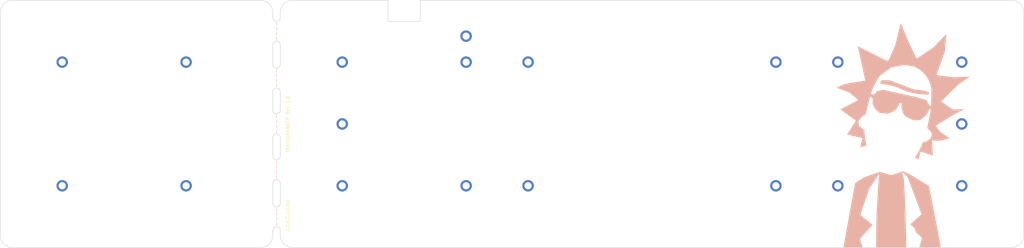
<source format=kicad_pcb>
(kicad_pcb (version 20171130) (host pcbnew "(5.1.2-1)-1")
  (layers (0 F.Cu signal) (31 B.Cu signal) (34 B.Paste user) (35 F.Paste user) (36 B.SilkS user) (37 F.SilkS user) (38 B.Mask user) (39 F.Mask user) (44 Edge.Cuts user))
  (net 0 "")
  (module random-keyboard-parts:Generic-Mounthole (layer F.Cu) (at 202.9073 51.68)
    (fp_text reference H19)
    (fp_text value MountingHole)
    (pad 1 thru_hole circle (at 0 0) (size 3.5 3.5) (drill 2.2) (layers *.Cu *.Mask))
  )
  (module random-keyboard-parts:Generic-Mounthole (layer F.Cu) (at 354.92 97.66)
    (fp_text reference H18)
    (fp_text value MountingHole)
    (pad 1 thru_hole circle (at 0 0) (size 3.5 3.5) (drill 2.2) (layers *.Cu *.Mask))
  )
  (module random-keyboard-parts:Generic-Mounthole (layer F.Cu) (at 354.92 59.66)
    (fp_text reference H17)
    (fp_text value MountingHole)
    (pad 1 thru_hole circle (at 0 0) (size 3.5 3.5) (drill 2.2) (layers *.Cu *.Mask))
  )
  (module random-keyboard-parts:Generic-Mounthole (layer F.Cu) (at 297.92 97.66)
    (fp_text reference H16)
    (fp_text value MountingHole)
    (pad 1 thru_hole circle (at 0 0) (size 3.5 3.5) (drill 2.2) (layers *.Cu *.Mask))
  )
  (module random-keyboard-parts:Generic-Mounthole (layer F.Cu) (at 297.92 59.66)
    (fp_text reference H15)
    (fp_text value MountingHole)
    (pad 1 thru_hole circle (at 0 0) (size 3.5 3.5) (drill 2.2) (layers *.Cu *.Mask))
  )
  (module random-keyboard-parts:Generic-Mounthole (layer F.Cu) (at 221.92 97.66)
    (fp_text reference H14)
    (fp_text value MountingHole)
    (pad 1 thru_hole circle (at 0 0) (size 3.5 3.5) (drill 2.2) (layers *.Cu *.Mask))
  )
  (module random-keyboard-parts:Generic-Mounthole (layer F.Cu) (at 221.92 59.66)
    (fp_text reference H13)
    (fp_text value MountingHole)
    (pad 1 thru_hole circle (at 0 0) (size 3.5 3.5) (drill 2.2) (layers *.Cu *.Mask))
  )
  (module random-keyboard-parts:Generic-Mounthole (layer F.Cu) (at 164.92 59.66)
    (fp_text reference H12)
    (fp_text value MountingHole)
    (pad 1 thru_hole circle (at 0 0) (size 3.5 3.5) (drill 2.2) (layers *.Cu *.Mask))
  )
  (module random-keyboard-parts:Generic-Mounthole (layer F.Cu) (at 164.92 97.66)
    (fp_text reference H11)
    (fp_text value MountingHole)
    (pad 1 thru_hole circle (at 0 0) (size 3.5 3.5) (drill 2.2) (layers *.Cu *.Mask))
  )
  (module Keeb_footprints:MX100_outline (layer F.Cu) (at 126.54 107.16)
    (fp_text reference U64)
    (fp_text value HOLE)
  )
  (module Keeb_footprints:MX100_outline (layer F.Cu) (at 107.54 107.16)
    (fp_text reference U63)
    (fp_text value HOLE)
  )
  (module Keeb_footprints:MX100_outline (layer F.Cu) (at 88.54 107.16)
    (fp_text reference U62)
    (fp_text value HOLE)
  )
  (module Keeb_footprints:MX100_outline (layer F.Cu) (at 69.54 107.16)
    (fp_text reference U61)
    (fp_text value HOLE)
  )
  (module Keeb_footprints:MX100_outline (layer F.Cu) (at 126.54 88.16)
    (fp_text reference U60)
    (fp_text value HOLE)
  )
  (module Keeb_footprints:MX100_outline (layer F.Cu) (at 107.54 88.16)
    (fp_text reference U59)
    (fp_text value HOLE)
  )
  (module Keeb_footprints:MX100_outline (layer F.Cu) (at 88.54 88.16)
    (fp_text reference U58)
    (fp_text value HOLE)
  )
  (module Keeb_footprints:MX100_outline (layer F.Cu) (at 69.54 88.16)
    (fp_text reference U57)
    (fp_text value HOLE)
  )
  (module Keeb_footprints:MX100_outline (layer F.Cu) (at 126.54 69.16)
    (fp_text reference U56)
    (fp_text value HOLE)
  )
  (module Keeb_footprints:MX100_outline (layer F.Cu) (at 107.54 69.16)
    (fp_text reference U55)
    (fp_text value HOLE)
  )
  (module Keeb_footprints:MX100_outline (layer F.Cu) (at 88.54 69.16)
    (fp_text reference U54)
    (fp_text value HOLE)
  )
  (module Keeb_footprints:MX100_outline (layer F.Cu) (at 69.54 69.16)
    (fp_text reference U53)
    (fp_text value HOLE)
  )
  (module Keeb_footprints:MX100_outline (layer F.Cu) (at 126.54 50.16)
    (fp_text reference U52)
    (fp_text value HOLE)
  )
  (module Keeb_footprints:MX100_outline (layer F.Cu) (at 107.54 50.16)
    (fp_text reference U51)
    (fp_text value HOLE)
  )
  (module Keeb_footprints:MX100_outline (layer F.Cu) (at 88.54 50.16)
    (fp_text reference U50)
    (fp_text value HOLE)
  )
  (module Keeb_footprints:MX100_outline (layer F.Cu) (at 69.54 50.16)
    (fp_text reference U49)
    (fp_text value HOLE)
  )
  (module Keeb_footprints:MX100_outline (layer F.Cu) (at 364.42 107.16)
    (fp_text reference U48)
    (fp_text value HOLE)
  )
  (module Keeb_footprints:MX100_outline (layer F.Cu) (at 345.42 107.16)
    (fp_text reference U47)
    (fp_text value HOLE)
  )
  (module Keeb_footprints:MX100_outline (layer F.Cu) (at 326.42 107.16)
    (fp_text reference U46)
    (fp_text value HOLE)
  )
  (module Keeb_footprints:MX100_outline (layer F.Cu) (at 307.42 107.16)
    (fp_text reference U45)
    (fp_text value HOLE)
  )
  (module Keeb_footprints:MX100_outline (layer F.Cu) (at 288.42 107.16)
    (fp_text reference U44)
    (fp_text value HOLE)
  )
  (module Keeb_footprints:MX100_outline (layer F.Cu) (at 269.42 107.16)
    (fp_text reference U43)
    (fp_text value HOLE)
  )
  (module Keeb_footprints:MX100_outline (layer F.Cu) (at 250.42 107.16)
    (fp_text reference U42)
    (fp_text value HOLE)
  )
  (module Keeb_footprints:MX100_outline (layer F.Cu) (at 231.42 107.16)
    (fp_text reference U41)
    (fp_text value HOLE)
  )
  (module Keeb_footprints:MX100_outline (layer F.Cu) (at 212.42 107.16)
    (fp_text reference U40)
    (fp_text value HOLE)
  )
  (module Keeb_footprints:MX100_outline (layer F.Cu) (at 193.42 107.16)
    (fp_text reference U39)
    (fp_text value HOLE)
  )
  (module Keeb_footprints:MX100_outline (layer F.Cu) (at 174.42 107.16)
    (fp_text reference U38)
    (fp_text value HOLE)
  )
  (module Keeb_footprints:MX100_outline (layer F.Cu) (at 155.42 107.16)
    (fp_text reference U37)
    (fp_text value HOLE)
  )
  (module Keeb_footprints:MX100_outline (layer F.Cu) (at 364.42 88.16)
    (fp_text reference U36)
    (fp_text value HOLE)
  )
  (module Keeb_footprints:MX100_outline (layer F.Cu) (at 345.42 88.16)
    (fp_text reference U35)
    (fp_text value HOLE)
  )
  (module Keeb_footprints:MX100_outline (layer F.Cu) (at 326.42 88.16)
    (fp_text reference U34)
    (fp_text value HOLE)
  )
  (module Keeb_footprints:MX100_outline (layer F.Cu) (at 307.42 88.16)
    (fp_text reference U33)
    (fp_text value HOLE)
  )
  (module Keeb_footprints:MX100_outline (layer F.Cu) (at 288.42 88.16)
    (fp_text reference U32)
    (fp_text value HOLE)
  )
  (module Keeb_footprints:MX100_outline (layer F.Cu) (at 269.42 88.16)
    (fp_text reference U31)
    (fp_text value HOLE)
  )
  (module Keeb_footprints:MX100_outline (layer F.Cu) (at 250.42 88.16)
    (fp_text reference U30)
    (fp_text value HOLE)
  )
  (module Keeb_footprints:MX100_outline (layer F.Cu) (at 231.42 88.16)
    (fp_text reference U29)
    (fp_text value HOLE)
  )
  (module Keeb_footprints:MX100_outline (layer F.Cu) (at 212.42 88.16)
    (fp_text reference U28)
    (fp_text value HOLE)
  )
  (module Keeb_footprints:MX100_outline (layer F.Cu) (at 193.42 88.16)
    (fp_text reference U27)
    (fp_text value HOLE)
  )
  (module Keeb_footprints:MX100_outline (layer F.Cu) (at 174.42 88.16)
    (fp_text reference U26)
    (fp_text value HOLE)
  )
  (module Keeb_footprints:MX100_outline (layer F.Cu) (at 155.42 88.16)
    (fp_text reference U25)
    (fp_text value HOLE)
  )
  (module Keeb_footprints:MX100_outline (layer F.Cu) (at 364.42 69.16)
    (fp_text reference U24)
    (fp_text value HOLE)
  )
  (module Keeb_footprints:MX100_outline (layer F.Cu) (at 345.42 69.16)
    (fp_text reference U23)
    (fp_text value HOLE)
  )
  (module Keeb_footprints:MX100_outline (layer F.Cu) (at 326.42 69.16)
    (fp_text reference U22)
    (fp_text value HOLE)
  )
  (module Keeb_footprints:MX100_outline (layer F.Cu) (at 307.42 69.16)
    (fp_text reference U21)
    (fp_text value HOLE)
  )
  (module Keeb_footprints:MX100_outline (layer F.Cu) (at 288.42 69.16)
    (fp_text reference U20)
    (fp_text value HOLE)
  )
  (module Keeb_footprints:MX100_outline (layer F.Cu) (at 269.42 69.16)
    (fp_text reference U19)
    (fp_text value HOLE)
  )
  (module Keeb_footprints:MX100_outline (layer F.Cu) (at 250.42 69.16)
    (fp_text reference U18)
    (fp_text value HOLE)
  )
  (module Keeb_footprints:MX100_outline (layer F.Cu) (at 231.42 69.16)
    (fp_text reference U17)
    (fp_text value HOLE)
  )
  (module Keeb_footprints:MX100_outline (layer F.Cu) (at 212.42 69.16)
    (fp_text reference U16)
    (fp_text value HOLE)
  )
  (module Keeb_footprints:MX100_outline (layer F.Cu) (at 193.42 69.16)
    (fp_text reference U15)
    (fp_text value HOLE)
  )
  (module Keeb_footprints:MX100_outline (layer F.Cu) (at 174.42 69.16)
    (fp_text reference U14)
    (fp_text value HOLE)
  )
  (module Keeb_footprints:MX100_outline (layer F.Cu) (at 155.42 69.16)
    (fp_text reference U13)
    (fp_text value HOLE)
  )
  (module Keeb_footprints:MX100_outline (layer F.Cu) (at 364.42 50.16)
    (fp_text reference U12)
    (fp_text value HOLE)
  )
  (module Keeb_footprints:MX100_outline (layer F.Cu) (at 345.42 50.16)
    (fp_text reference U11)
    (fp_text value HOLE)
  )
  (module Keeb_footprints:MX100_outline (layer F.Cu) (at 326.42 50.16)
    (fp_text reference U10)
    (fp_text value HOLE)
  )
  (module Keeb_footprints:MX100_outline (layer F.Cu) (at 307.42 50.16)
    (fp_text reference U9)
    (fp_text value HOLE)
  )
  (module Keeb_footprints:MX100_outline (layer F.Cu) (at 288.42 50.16)
    (fp_text reference U8)
    (fp_text value HOLE)
  )
  (module Keeb_footprints:MX100_outline (layer F.Cu) (at 269.42 50.16)
    (fp_text reference U7)
    (fp_text value HOLE)
  )
  (module Keeb_footprints:MX100_outline (layer F.Cu) (at 250.42 50.16)
    (fp_text reference U6)
    (fp_text value HOLE)
  )
  (module Keeb_footprints:MX100_outline (layer F.Cu) (at 231.42 50.16)
    (fp_text reference U5)
    (fp_text value HOLE)
  )
  (module Keeb_footprints:MX100_outline (layer F.Cu) (at 212.42 50.16)
    (fp_text reference U4)
    (fp_text value HOLE)
  )
  (module Keeb_footprints:MX100_outline (layer F.Cu) (at 193.42 50.16)
    (fp_text reference U3)
    (fp_text value HOLE)
  )
  (module Keeb_footprints:MX100_outline (layer F.Cu) (at 174.42 50.16)
    (fp_text reference U2)
    (fp_text value HOLE)
  )
  (module Keeb_footprints:MX100_outline (layer F.Cu) (at 155.42 50.16)
    (fp_text reference U1)
    (fp_text value HOLE)
  )
  (module random-keyboard-parts:Generic-Mounthole (layer F.Cu) (at 117.04 59.66)
    (fp_text reference H10)
    (fp_text value MountingHole)
    (pad 1 thru_hole circle (at 0 0) (size 3.5 3.5) (drill 2.2) (layers *.Cu *.Mask))
  )
  (module random-keyboard-parts:Generic-Mounthole (layer F.Cu) (at 117.04 97.66)
    (fp_text reference H9)
    (fp_text value MountingHole)
    (pad 1 thru_hole circle (at 0 0) (size 3.5 3.5) (drill 2.2) (layers *.Cu *.Mask))
  )
  (module random-keyboard-parts:Generic-Mounthole (layer F.Cu) (at 79.04 97.66)
    (fp_text reference H8)
    (fp_text value MountingHole)
    (pad 1 thru_hole circle (at 0 0) (size 3.5 3.5) (drill 2.2) (layers *.Cu *.Mask))
  )
  (module random-keyboard-parts:Generic-Mounthole (layer F.Cu) (at 79.04 59.66)
    (fp_text reference H7)
    (fp_text value MountingHole)
    (pad 1 thru_hole circle (at 0 0) (size 3.5 3.5) (drill 2.2) (layers *.Cu *.Mask))
  )
  (module acheron_Hardware:MouseBite_IPC7351 (layer F.Cu) (at 143.64 50.16 90)
    (fp_text reference U70)
    (fp_text value HOLE)
    (pad "" np_thru_hole circle (at -2.5 0 90) (size 0.8 0.8) (drill 0.8) (layers *.Cu *.Mask))
    (pad "" np_thru_hole circle (at -1.25 0 90) (size 0.8 0.8) (drill 0.8) (layers *.Cu *.Mask))
    (pad "" np_thru_hole circle (at 2.5 0 90) (size 0.8 0.8) (drill 0.8) (layers *.Cu *.Mask))
    (pad "" np_thru_hole circle (at 1.25 0 90) (size 0.8 0.8) (drill 0.8) (layers *.Cu *.Mask))
    (pad "" np_thru_hole circle (at 0 0 90) (size 0.8 0.8) (drill 0.8) (layers *.Cu *.Mask))
  )
  (module acheron_Hardware:MouseBite_IPC7351 (layer F.Cu) (at 143.64 64.6 90)
    (fp_text reference U69)
    (fp_text value HOLE)
    (pad "" np_thru_hole circle (at -2.5 0 90) (size 0.8 0.8) (drill 0.8) (layers *.Cu *.Mask))
    (pad "" np_thru_hole circle (at -1.25 0 90) (size 0.8 0.8) (drill 0.8) (layers *.Cu *.Mask))
    (pad "" np_thru_hole circle (at 2.5 0 90) (size 0.8 0.8) (drill 0.8) (layers *.Cu *.Mask))
    (pad "" np_thru_hole circle (at 1.25 0 90) (size 0.8 0.8) (drill 0.8) (layers *.Cu *.Mask))
    (pad "" np_thru_hole circle (at 0 0 90) (size 0.8 0.8) (drill 0.8) (layers *.Cu *.Mask))
  )
  (module acheron_Hardware:MouseBite_IPC7351 (layer F.Cu) (at 143.64 78.66 90)
    (fp_text reference U68)
    (fp_text value HOLE)
    (pad "" np_thru_hole circle (at -2.5 0 90) (size 0.8 0.8) (drill 0.8) (layers *.Cu *.Mask))
    (pad "" np_thru_hole circle (at -1.25 0 90) (size 0.8 0.8) (drill 0.8) (layers *.Cu *.Mask))
    (pad "" np_thru_hole circle (at 2.5 0 90) (size 0.8 0.8) (drill 0.8) (layers *.Cu *.Mask))
    (pad "" np_thru_hole circle (at 1.25 0 90) (size 0.8 0.8) (drill 0.8) (layers *.Cu *.Mask))
    (pad "" np_thru_hole circle (at 0 0 90) (size 0.8 0.8) (drill 0.8) (layers *.Cu *.Mask))
  )
  (module acheron_Hardware:MouseBite_IPC7351 (layer F.Cu) (at 143.64 92.72 90)
    (fp_text reference U67)
    (fp_text value HOLE)
    (pad "" np_thru_hole circle (at -2.5 0 90) (size 0.8 0.8) (drill 0.8) (layers *.Cu *.Mask))
    (pad "" np_thru_hole circle (at -1.25 0 90) (size 0.8 0.8) (drill 0.8) (layers *.Cu *.Mask))
    (pad "" np_thru_hole circle (at 2.5 0 90) (size 0.8 0.8) (drill 0.8) (layers *.Cu *.Mask))
    (pad "" np_thru_hole circle (at 1.25 0 90) (size 0.8 0.8) (drill 0.8) (layers *.Cu *.Mask))
    (pad "" np_thru_hole circle (at 0 0 90) (size 0.8 0.8) (drill 0.8) (layers *.Cu *.Mask))
  )
  (module acheron_Hardware:MouseBite_IPC7351 (layer F.Cu) (at 143.64 107.16 90)
    (fp_text reference U66)
    (fp_text value HOLE)
    (pad "" np_thru_hole circle (at -2.5 0 90) (size 0.8 0.8) (drill 0.8) (layers *.Cu *.Mask))
    (pad "" np_thru_hole circle (at -1.25 0 90) (size 0.8 0.8) (drill 0.8) (layers *.Cu *.Mask))
    (pad "" np_thru_hole circle (at 2.5 0 90) (size 0.8 0.8) (drill 0.8) (layers *.Cu *.Mask))
    (pad "" np_thru_hole circle (at 1.25 0 90) (size 0.8 0.8) (drill 0.8) (layers *.Cu *.Mask))
    (pad "" np_thru_hole circle (at 0 0 90) (size 0.8 0.8) (drill 0.8) (layers *.Cu *.Mask))
  )
  (module Artwork:rick_large (layer B.Cu) (at 337.16625 82.296875 180)
    (fp_text reference U65 hide)
    (fp_text value HOLE hide)
    (fp_poly (pts (xy 7.015348 16.828876) (xy 7.293472 16.555918) (xy 7.179463 16.265675) (xy 7.129511 16.145662) (xy 7.07489 16.054858) (xy 6.997239 15.986717) (xy 6.878202 15.934695) (xy 6.699419 15.892244) (xy 6.442533 15.852821) (xy 6.089185 15.809878) (xy 5.813351 15.778586) (xy 5.115897 15.680371) (xy 4.388311 15.542399) (xy 3.655785 15.371742) (xy 2.943513 15.175471) (xy 2.276688 14.960658) (xy 1.680501 14.734375) (xy 1.180146 14.503692) (xy 1.0795 14.449778) (xy 0.402342 14.116625) (xy -0.39138 13.800847) (xy -1.292025 13.50565) (xy -2.289948 13.234239) (xy -3.20675 13.024787) (xy -3.5783 12.952725) (xy -3.968008 12.89035) (xy -4.394824 12.835683) (xy -4.877699 12.786744) (xy -5.435581 12.741555) (xy -6.087421 12.698138) (xy -6.643891 12.665849) (xy -7.350532 12.626799) (xy -7.576549 12.825244) (xy -7.802566 13.02369) (xy -7.670251 13.247946) (xy -7.608846 13.346706) (xy -7.544687 13.422574) (xy -7.457186 13.485047) (xy -7.325758 13.543623) (xy -7.129814 13.607798) (xy -6.848768 13.687069) (xy -6.536107 13.771137) (xy -6.058887 13.881287) (xy -5.498397 13.977611) (xy -4.836374 14.063075) (xy -4.550905 14.093677) (xy -4.070542 14.145372) (xy -3.684674 14.194513) (xy -3.361081 14.247023) (xy -3.06754 14.308823) (xy -2.77183 14.385833) (xy -2.463338 14.477309) (xy -2.089201 14.599415) (xy -1.694645 14.739606) (xy -1.32836 14.879975) (xy -1.055683 14.995019) (xy -0.864897 15.076463) (xy -0.571936 15.194925) (xy -0.193899 15.343793) (xy 0.252119 15.516454) (xy 0.74902 15.706296) (xy 1.279707 15.906708) (xy 1.827084 16.111078) (xy 1.901192 16.13856) (xy 4.278634 17.019493) (xy 5.507929 17.060663) (xy 6.737225 17.101833) (xy 7.015348 16.828876)) (layer B.SilkS) (width 0.01))
    (fp_poly (pts (xy 1.043847 34.277804) (xy 1.0795 34.255908) (xy 1.094033 34.189366) (xy 1.135755 34.011175) (xy 1.201843 33.733091) (xy 1.289476 33.366867) (xy 1.395834 32.924258) (xy 1.518096 32.41702) (xy 1.653441 31.856908) (xy 1.799048 31.255675) (xy 1.840353 31.085353) (xy 2.601207 27.948892) (xy 3.697728 25.436492) (xy 3.964582 24.829531) (xy 4.20467 24.292426) (xy 4.414362 23.832892) (xy 4.590029 23.458647) (xy 4.728041 23.177407) (xy 4.824767 22.996886) (xy 4.876578 22.924801) (xy 4.879835 22.923797) (xy 4.948542 22.951763) (xy 5.121889 23.032908) (xy 5.391253 23.162954) (xy 5.748013 23.337627) (xy 6.183546 23.552651) (xy 6.68923 23.803751) (xy 7.256444 24.086652) (xy 7.876565 24.397079) (xy 8.540971 24.730756) (xy 9.24104 25.083407) (xy 9.565687 25.247293) (xy 10.404904 25.670873) (xy 11.137824 26.039939) (xy 11.771256 26.357736) (xy 12.31201 26.627506) (xy 12.766895 26.852494) (xy 13.142721 27.035945) (xy 13.446296 27.181101) (xy 13.68443 27.291208) (xy 13.863932 27.369508) (xy 13.991611 27.419247) (xy 14.074277 27.443668) (xy 14.11874 27.446015) (xy 14.131807 27.429532) (xy 14.130811 27.422168) (xy 14.084473 27.22151) (xy 14.016591 26.921487) (xy 13.929576 26.5331) (xy 13.825838 26.067352) (xy 13.707789 25.535245) (xy 13.57784 24.947781) (xy 13.438403 24.315962) (xy 13.291889 23.65079) (xy 13.140709 22.963268) (xy 12.987275 22.264397) (xy 12.833997 21.565179) (xy 12.683286 20.876617) (xy 12.537555 20.209712) (xy 12.399215 19.575467) (xy 12.270675 18.984884) (xy 12.154349 18.448965) (xy 12.052647 17.978712) (xy 11.96798 17.585127) (xy 11.90276 17.279213) (xy 11.859398 17.071971) (xy 11.840305 16.974403) (xy 11.839676 16.968158) (xy 11.904334 16.954459) (xy 12.082374 16.922627) (xy 12.361782 16.874669) (xy 12.730547 16.812592) (xy 13.176657 16.738402) (xy 13.6881 16.654105) (xy 14.252863 16.561709) (xy 14.858935 16.46322) (xy 14.972681 16.444806) (xy 18.08603 15.941111) (xy 19.361765 15.385532) (xy 19.73342 15.22223) (xy 20.062424 15.0749) (xy 20.332077 14.951249) (xy 20.525682 14.858983) (xy 20.626538 14.805811) (xy 20.637233 14.796851) (xy 20.580025 14.767276) (xy 20.417745 14.698516) (xy 20.164209 14.596044) (xy 19.833236 14.465334) (xy 19.438643 14.311857) (xy 18.994247 14.141086) (xy 18.664157 14.015408) (xy 16.691348 13.267065) (xy 15.394174 12.152486) (xy 15.051392 11.856408) (xy 14.742588 11.586711) (xy 14.480255 11.354547) (xy 14.276886 11.171068) (xy 14.144976 11.047427) (xy 14.097017 10.994775) (xy 14.097 10.994537) (xy 14.151089 10.954749) (xy 14.304039 10.864105) (xy 14.541873 10.730026) (xy 14.850614 10.559936) (xy 15.216284 10.361259) (xy 15.624907 10.141417) (xy 16.062507 9.907835) (xy 16.515105 9.667934) (xy 16.968725 9.42914) (xy 17.409389 9.198874) (xy 17.823122 8.98456) (xy 18.195946 8.793622) (xy 18.513883 8.633483) (xy 18.762958 8.511566) (xy 18.843625 8.473566) (xy 19.102753 8.349682) (xy 19.312942 8.241658) (xy 19.451024 8.161913) (xy 19.4945 8.124726) (xy 19.444414 8.079262) (xy 19.300974 7.967816) (xy 19.074406 7.797893) (xy 18.774934 7.576996) (xy 18.412785 7.312632) (xy 17.998183 7.012303) (xy 17.541354 6.683515) (xy 17.11325 6.37711) (xy 16.627564 6.028925) (xy 16.175176 5.701811) (xy 15.766323 5.403373) (xy 15.411242 5.141216) (xy 15.120169 4.922942) (xy 14.90334 4.756156) (xy 14.770994 4.648461) (xy 14.73254 4.608679) (xy 14.766464 4.542089) (xy 14.862956 4.381471) (xy 15.014467 4.138684) (xy 15.213448 3.825591) (xy 15.452348 3.45405) (xy 15.72362 3.035924) (xy 16.019712 2.583072) (xy 16.089709 2.4765) (xy 16.389238 2.019537) (xy 16.664847 1.596538) (xy 16.909148 1.219031) (xy 17.114756 0.898546) (xy 17.274283 0.64661) (xy 17.380343 0.474752) (xy 17.42555 0.394499) (xy 17.426509 0.390132) (xy 17.36222 0.371669) (xy 17.187559 0.328801) (xy 16.916129 0.26468) (xy 16.561533 0.182456) (xy 16.137374 0.08528) (xy 15.657254 -0.023698) (xy 15.134776 -0.141327) (xy 15.047322 -0.160927) (xy 14.51916 -0.279662) (xy 14.031053 -0.390238) (xy 13.596622 -0.489504) (xy 13.229488 -0.574313) (xy 12.943273 -0.641512) (xy 12.751598 -0.687953) (xy 12.668085 -0.710486) (xy 12.665666 -0.711666) (xy 12.675013 -0.776648) (xy 12.713448 -0.946579) (xy 12.776604 -1.203895) (xy 12.860116 -1.53103) (xy 12.959619 -1.910419) (xy 13.0175 -2.12725) (xy 13.12408 -2.526615) (xy 13.217756 -2.882344) (xy 13.294045 -3.177027) (xy 13.348467 -3.393256) (xy 13.376542 -3.513621) (xy 13.379191 -3.532612) (xy 13.316115 -3.52381) (xy 13.155508 -3.490317) (xy 12.923043 -3.438248) (xy 12.644397 -3.373721) (xy 12.345244 -3.302853) (xy 12.051258 -3.231761) (xy 11.788115 -3.166562) (xy 11.581489 -3.113373) (xy 11.457054 -3.078311) (xy 11.432868 -3.068898) (xy 11.433661 -2.998799) (xy 11.473604 -2.861035) (xy 11.481705 -2.839201) (xy 11.514058 -2.719856) (xy 11.562717 -2.495513) (xy 11.623738 -2.186548) (xy 11.693176 -1.813339) (xy 11.767087 -1.396261) (xy 11.812212 -1.131816) (xy 11.907124 -0.546808) (xy 11.977248 -0.063396) (xy 12.025153 0.340843) (xy 12.053406 0.688332) (xy 12.064575 1.001494) (xy 12.065 1.075627) (xy 12.065 1.779638) (xy 12.92225 2.415304) (xy 13.205406 2.626354) (xy 13.449123 2.810074) (xy 13.636681 2.953695) (xy 13.751364 3.044445) (xy 13.7795 3.070182) (xy 13.787777 3.136952) (xy 13.810191 3.302904) (xy 13.843115 3.54147) (xy 13.874962 3.76945) (xy 13.970425 4.449506) (xy 13.39345 5.178207) (xy 13.148671 5.481797) (xy 12.952481 5.707406) (xy 12.77877 5.879761) (xy 12.601427 6.02359) (xy 12.394342 6.163621) (xy 12.2739 6.238466) (xy 12.036764 6.392494) (xy 11.84008 6.537214) (xy 11.71066 6.651998) (xy 11.676356 6.698137) (xy 11.646581 6.795509) (xy 11.593703 6.997106) (xy 11.522568 7.283264) (xy 11.438022 7.634323) (xy 11.344913 8.03062) (xy 11.300414 8.22325) (xy 11.157711 8.839369) (xy 11.017343 9.436048) (xy 10.882451 10.00064) (xy 10.756175 10.520496) (xy 10.641656 10.982967) (xy 10.542034 11.375404) (xy 10.46045 11.68516) (xy 10.400046 11.899586) (xy 10.363961 12.006033) (xy 10.359072 12.01433) (xy 10.297158 11.995208) (xy 10.166571 11.905976) (xy 9.991056 11.763631) (xy 9.912524 11.694673) (xy 9.506557 11.330437) (xy 9.564592 10.647347) (xy 9.622626 9.964256) (xy 9.245405 9.139933) (xy 8.868184 8.315609) (xy 7.52475 7.068099) (xy 6.235506 6.91245) (xy 4.946263 6.756801) (xy 3.871563 7.204276) (xy 2.796864 7.65175) (xy 2.262021 8.347042) (xy 1.930262 8.804865) (xy 1.684225 9.207401) (xy 1.519413 9.553542) (xy 1.424145 9.785876) (xy 1.347597 9.968682) (xy 1.301717 10.07359) (xy 1.294577 10.087456) (xy 1.229128 10.085779) (xy 1.079195 10.057183) (xy 0.95037 10.026318) (xy 0.623234 9.942476) (xy 0.671018 9.305113) (xy 0.693029 9.015314) (xy 0.705865 8.800566) (xy 0.705726 8.629226) (xy 0.688807 8.46965) (xy 0.651308 8.290195) (xy 0.589426 8.059219) (xy 0.499359 7.745078) (xy 0.472216 7.650616) (xy 0.235819 6.82625) (xy -0.260109 6.283627) (xy -0.756036 5.741004) (xy -1.886143 5.230568) (xy -3.01625 4.720131) (xy -4.03225 4.791852) (xy -5.04825 4.863572) (xy -5.715 5.322535) (xy -6.022632 5.540826) (xy -6.257738 5.72882) (xy -6.456679 5.921402) (xy -6.655818 6.153452) (xy -6.868318 6.428937) (xy -7.100643 6.748854) (xy -7.270602 7.014456) (xy -7.400501 7.266087) (xy -7.512646 7.544087) (xy -7.560889 7.681563) (xy -7.649176 7.938078) (xy -7.722395 8.145496) (xy -7.771015 8.277114) (xy -7.785073 8.309586) (xy -7.847792 8.299378) (xy -7.984956 8.247049) (xy -8.058472 8.214336) (xy -8.232001 8.110416) (xy -8.290804 8.015203) (xy -8.288851 8.001) (xy -8.253995 7.85174) (xy -8.199591 7.599648) (xy -8.130045 7.266615) (xy -8.049761 6.87453) (xy -7.963146 6.445283) (xy -7.874604 6.000764) (xy -7.788542 5.562861) (xy -7.709365 5.153465) (xy -7.641478 4.794465) (xy -7.618991 4.672714) (xy -7.542682 4.260981) (xy -7.46282 3.838678) (xy -7.386828 3.444504) (xy -7.322129 3.11716) (xy -7.296194 2.989964) (xy -7.170048 2.38125) (xy -7.704762 1.87325) (xy -7.950267 1.633709) (xy -8.123439 1.443646) (xy -8.248522 1.270067) (xy -8.349763 1.079982) (xy -8.4365 0.877525) (xy -8.633523 0.3898) (xy -8.421064 -0.201975) (xy -8.208604 -0.79375) (xy -7.540952 -1.281431) (xy -7.262594 -1.482573) (xy -7.056355 -1.621695) (xy -6.892701 -1.712911) (xy -6.742099 -1.770332) (xy -6.575014 -1.80807) (xy -6.375391 -1.838366) (xy -6.136266 -1.876465) (xy -5.948778 -1.915377) (xy -5.846218 -1.947943) (xy -5.838011 -1.953934) (xy -5.801474 -2.029213) (xy -5.732636 -2.197848) (xy -5.6419 -2.433588) (xy -5.555375 -2.667) (xy -5.341305 -3.207685) (xy -5.083407 -3.784335) (xy -4.796979 -4.367531) (xy -4.497321 -4.927853) (xy -4.199731 -5.435884) (xy -3.919511 -5.862204) (xy -3.830237 -5.984203) (xy -3.650913 -6.224304) (xy -3.506009 -6.424681) (xy -3.409411 -6.565655) (xy -3.375007 -6.627548) (xy -3.375494 -6.628611) (xy -3.435222 -6.666684) (xy -3.578191 -6.75673) (xy -3.779969 -6.88338) (xy -3.919956 -6.971082) (xy -4.442661 -7.298345) (xy -4.548283 -6.935297) (xy -4.606811 -6.732804) (xy -4.689346 -6.445518) (xy -4.785172 -6.110809) (xy -4.883575 -5.766045) (xy -4.889073 -5.74675) (xy -5.001585 -5.374573) (xy -5.097339 -5.10486) (xy -5.173246 -4.945581) (xy -5.21575 -4.903293) (xy -5.297188 -4.918443) (xy -5.482879 -4.970036) (xy -5.757009 -5.053132) (xy -6.103762 -5.162795) (xy -6.507323 -5.294086) (xy -6.951876 -5.442068) (xy -7.082117 -5.486015) (xy -7.53118 -5.63718) (xy -7.939732 -5.773144) (xy -8.29276 -5.889036) (xy -8.575253 -5.979985) (xy -8.772199 -6.041121) (xy -8.868585 -6.067571) (xy -8.875686 -6.067981) (xy -8.876949 -6.002742) (xy -8.871714 -5.828561) (xy -8.86091 -5.563278) (xy -8.845463 -5.224733) (xy -8.826302 -4.830767) (xy -8.804353 -4.39922) (xy -8.780545 -3.947932) (xy -8.755806 -3.494745) (xy -8.731062 -3.057497) (xy -8.707241 -2.65403) (xy -8.685272 -2.302184) (xy -8.666081 -2.019799) (xy -8.663066 -1.978698) (xy -8.623654 -1.449146) (xy -11.01725 -1.536832) (xy -12.446 -1.205074) (xy -12.855495 -1.108529) (xy -13.223657 -1.018947) (xy -13.532384 -0.940962) (xy -13.763571 -0.879204) (xy -13.899113 -0.838308) (xy -13.926466 -0.826267) (xy -13.893377 -0.776701) (xy -13.771104 -0.665579) (xy -13.57416 -0.504668) (xy -13.317056 -0.305737) (xy -13.014303 -0.080554) (xy -12.942216 -0.028082) (xy -12.443207 0.33397) (xy -12.034425 0.63237) (xy -11.703356 0.878123) (xy -11.437489 1.082233) (xy -11.22431 1.255704) (xy -11.051306 1.409541) (xy -10.905964 1.554749) (xy -10.775771 1.702331) (xy -10.648215 1.863292) (xy -10.510782 2.048637) (xy -10.387906 2.21828) (xy -10.19478 2.491056) (xy -10.033704 2.729327) (xy -9.917241 2.91364) (xy -9.857955 3.024544) (xy -9.853419 3.045788) (xy -9.909641 3.090996) (xy -10.062467 3.197144) (xy -10.301206 3.357221) (xy -10.615168 3.564215) (xy -10.993664 3.811115) (xy -11.426004 4.09091) (xy -11.901499 4.396589) (xy -12.35075 4.68373) (xy -13.011675 5.103308) (xy -13.586506 5.463835) (xy -14.094809 5.776727) (xy -14.556147 6.053398) (xy -14.990087 6.305265) (xy -15.416192 6.543742) (xy -15.854026 6.780244) (xy -16.323155 7.026188) (xy -16.680433 7.209973) (xy -17.124505 7.437973) (xy -17.529136 7.647524) (xy -17.881274 7.831725) (xy -18.167868 7.983675) (xy -18.375867 8.096474) (xy -18.492221 8.163221) (xy -18.512497 8.178671) (xy -18.44605 8.181785) (xy -18.269307 8.179891) (xy -17.998851 8.173449) (xy -17.651268 8.162916) (xy -17.243143 8.148749) (xy -16.791061 8.131405) (xy -16.77235 8.130654) (xy -15.053322 8.061518) (xy -13.273411 9.280955) (xy -12.85295 9.57017) (xy -12.4679 9.837243) (xy -12.130337 10.073629) (xy -11.852334 10.270777) (xy -11.645966 10.420142) (xy -11.523308 10.513174) (xy -11.4935 10.540992) (xy -11.537321 10.591947) (xy -11.663425 10.724084) (xy -11.863776 10.929301) (xy -12.130337 11.1995) (xy -12.455072 11.52658) (xy -12.829943 11.90244) (xy -13.246915 12.31898) (xy -13.69795 12.7681) (xy -14.049436 13.117172) (xy -15.389184 14.44625) (xy -8.462472 14.44625) (xy -8.409172 12.41425) (xy -8.396019 11.882054) (xy -8.384569 11.358604) (xy -8.375199 10.866051) (xy -8.368282 10.42655) (xy -8.364194 10.062251) (xy -8.363308 9.795308) (xy -8.363795 9.731375) (xy -8.36478 9.461235) (xy -8.361184 9.245856) (xy -8.353717 9.111784) (xy -8.346342 9.0805) (xy -8.283862 9.112027) (xy -8.146238 9.194194) (xy -7.985336 9.295201) (xy -7.838048 9.394776) (xy -7.726518 9.491851) (xy -7.632006 9.612905) (xy -7.535771 9.784415) (xy -7.419076 10.032861) (xy -7.344058 10.201315) (xy -7.038411 10.892728) (xy -6.170331 11.19068) (xy -5.567917 11.384278) (xy -4.847824 11.592444) (xy -4.018279 11.81313) (xy -3.08751 12.044288) (xy -2.063747 12.283869) (xy -0.955216 12.529824) (xy 0.132727 12.760034) (xy 0.765059 12.892789) (xy 1.438443 13.037427) (xy 2.123748 13.187471) (xy 2.791843 13.336444) (xy 3.413596 13.47787) (xy 3.959876 13.605272) (xy 4.275042 13.680998) (xy 4.733561 13.790778) (xy 5.1626 13.889342) (xy 5.543493 13.972729) (xy 5.857575 14.036975) (xy 6.086182 14.078118) (xy 6.210648 14.092195) (xy 6.211792 14.092176) (xy 6.362593 14.080036) (xy 6.606247 14.050356) (xy 6.910504 14.007445) (xy 7.243109 13.955609) (xy 7.28153 13.949301) (xy 8.11781 13.81125) (xy 8.607033 13.255625) (xy 8.807951 13.036332) (xy 8.986384 12.857853) (xy 9.122086 12.739414) (xy 9.192181 12.7) (xy 9.327229 12.71174) (xy 9.518207 12.741795) (xy 9.727809 12.78242) (xy 9.918732 12.825869) (xy 10.053671 12.864397) (xy 10.0965 12.887765) (xy 10.077293 12.95792) (xy 10.024083 13.127895) (xy 9.943484 13.377182) (xy 9.84211 13.68527) (xy 9.753317 13.951872) (xy 9.642338 14.276378) (xy 9.538482 14.559355) (xy 9.431242 14.823) (xy 9.31011 15.08951) (xy 9.164577 15.381081) (xy 8.984135 15.71991) (xy 8.758277 16.128195) (xy 8.536861 16.521458) (xy 8.303518 16.932739) (xy 8.085121 17.315111) (xy 7.891014 17.652414) (xy 7.73054 17.92849) (xy 7.613043 18.127181) (xy 7.547868 18.232328) (xy 7.545767 18.235393) (xy 7.467691 18.311684) (xy 7.298971 18.451944) (xy 7.052351 18.646392) (xy 6.740576 18.885241) (xy 6.37639 19.158708) (xy 5.972538 19.457009) (xy 5.620793 19.713231) (xy 3.813639 21.021425) (xy -0.251457 21.784251) (xy -1.665604 21.53289) (xy -3.07975 21.28153) (xy -3.974204 20.81664) (xy -4.512647 20.515605) (xy -4.994366 20.196384) (xy -5.445687 19.837329) (xy -5.892935 19.416796) (xy -6.362438 18.913138) (xy -6.547609 18.70075) (xy -7.06036 18.039439) (xy -7.483584 17.346408) (xy -7.830576 16.595547) (xy -8.114631 15.760749) (xy -8.196863 15.46225) (xy -8.462472 14.44625) (xy -15.389184 14.44625) (xy -16.605371 15.65275) (xy -18.431735 16.884909) (xy -18.857538 17.173328) (xy -19.246742 17.439177) (xy -19.587558 17.674229) (xy -19.868194 17.870258) (xy -20.07686 18.019038) (xy -20.201767 18.112343) (xy -20.233299 18.141869) (xy -20.166483 18.14491) (xy -19.986675 18.142933) (xy -19.707767 18.136353) (xy -19.343652 18.125589) (xy -18.90822 18.111055) (xy -18.415364 18.09317) (xy -17.878976 18.072349) (xy -17.771874 18.068039) (xy -15.33525 17.969407) (xy -12.8905 18.286481) (xy -12.216724 18.373873) (xy -11.658097 18.446594) (xy -11.203836 18.506417) (xy -10.843161 18.555114) (xy -10.565289 18.594461) (xy -10.359438 18.626228) (xy -10.214827 18.652191) (xy -10.120674 18.674122) (xy -10.066196 18.693795) (xy -10.040613 18.712982) (xy -10.033141 18.733458) (xy -10.033 18.756456) (xy -10.053968 18.829505) (xy -10.11436 19.01127) (xy -10.210408 19.291034) (xy -10.338344 19.658084) (xy -10.494399 20.101705) (xy -10.674807 20.611182) (xy -10.875799 21.1758) (xy -11.093606 21.784844) (xy -11.304555 22.372282) (xy -12.576109 25.906407) (xy -12.798573 28.551269) (xy -12.845681 29.116432) (xy -12.888561 29.640789) (xy -12.926197 30.111171) (xy -12.957573 30.514405) (xy -12.981674 30.837321) (xy -12.997483 31.066747) (xy -13.003985 31.189511) (xy -13.003393 31.206806) (xy -12.956982 31.164956) (xy -12.831253 31.040934) (xy -12.635179 30.843856) (xy -12.377732 30.582838) (xy -12.067885 30.267) (xy -11.714611 29.905456) (xy -11.326882 29.507326) (xy -11.024011 29.1955) (xy -9.062272 27.17352) (xy -6.549393 25.483471) (xy -6.04238 25.143328) (xy -5.565558 24.825078) (xy -5.129649 24.53576) (xy -4.745374 24.282414) (xy -4.423455 24.072081) (xy -4.174614 23.911801) (xy -4.009574 23.808612) (xy -3.939133 23.769575) (xy -3.904803 23.793075) (xy -3.845378 23.878871) (xy -3.757836 24.03316) (xy -3.639154 24.262144) (xy -3.486311 24.572022) (xy -3.296286 24.968993) (xy -3.066056 25.459257) (xy -2.792601 26.049013) (xy -2.472898 26.744462) (xy -2.224534 27.287489) (xy -1.868752 28.066769) (xy -1.560715 28.742029) (xy -1.295401 29.324766) (xy -1.067789 29.826479) (xy -0.872856 30.258666) (xy -0.705582 30.632826) (xy -0.560943 30.960456) (xy -0.433918 31.253056) (xy -0.319485 31.522122) (xy -0.212623 31.779155) (xy -0.108309 32.035651) (xy -0.001522 32.30311) (xy 0.11276 32.593029) (xy 0.239559 32.916907) (xy 0.286052 33.035876) (xy 0.45047 33.45392) (xy 0.577525 33.767845) (xy 0.674733 33.992334) (xy 0.749609 34.142075) (xy 0.809667 34.231753) (xy 0.862422 34.276055) (xy 0.91539 34.289666) (xy 0.927797 34.29) (xy 1.043847 34.277804)) (layer B.SilkS) (width 0.01))
    (fp_poly (pts (xy 0.570775 -10.964189) (xy 0.582454 -10.986614) (xy 0.646378 -11.022391) (xy 0.815494 -11.090142) (xy 1.073713 -11.184164) (xy 1.404944 -11.298759) (xy 1.793096 -11.428224) (xy 2.204022 -11.561109) (xy 3.80405 -12.07099) (xy 5.5374 -11.616289) (xy 5.986765 -11.497022) (xy 6.395056 -11.386001) (xy 6.746385 -11.287759) (xy 7.02486 -11.20683) (xy 7.214592 -11.14775) (xy 7.29969 -11.115051) (xy 7.3025 -11.112625) (xy 7.367294 -11.12225) (xy 7.538975 -11.170209) (xy 7.80475 -11.252341) (xy 8.151826 -11.364488) (xy 8.567409 -11.50249) (xy 9.038707 -11.662187) (xy 9.552926 -11.83942) (xy 9.763799 -11.912904) (xy 12.193348 -12.762146) (xy 13.478549 -13.566816) (xy 13.843513 -13.796204) (xy 14.174915 -14.006171) (xy 14.456726 -14.186427) (xy 14.672922 -14.326684) (xy 14.807474 -14.416652) (xy 14.843198 -14.442959) (xy 14.884197 -14.5295) (xy 14.939828 -14.715363) (xy 15.003291 -14.974689) (xy 15.067783 -15.281623) (xy 15.078532 -15.337591) (xy 15.172925 -15.838615) (xy 15.286116 -16.443794) (xy 15.415868 -17.140919) (xy 15.559945 -17.917782) (xy 15.716111 -18.762175) (xy 15.88213 -19.661889) (xy 16.055766 -20.604716) (xy 16.234783 -21.578446) (xy 16.416944 -22.570872) (xy 16.600014 -23.569786) (xy 16.781755 -24.562977) (xy 16.959934 -25.538239) (xy 17.132312 -26.483362) (xy 17.296654 -27.386139) (xy 17.450723 -28.23436) (xy 17.592285 -29.015817) (xy 17.719101 -29.718302) (xy 17.828937 -30.329606) (xy 17.919557 -30.837521) (xy 17.974177 -31.14675) (xy 18.078036 -31.7374) (xy 18.17612 -32.293033) (xy 18.266067 -32.800418) (xy 18.345512 -33.246326) (xy 18.412094 -33.617528) (xy 18.46345 -33.900792) (xy 18.497216 -34.08289) (xy 18.510046 -34.147125) (xy 18.544419 -34.29) (xy 15.590459 -34.29) (xy 14.991605 -34.289068) (xy 14.433438 -34.286399) (xy 13.928422 -34.282182) (xy 13.489021 -34.276605) (xy 13.1277 -34.269859) (xy 12.856923 -34.262131) (xy 12.689155 -34.253612) (xy 12.6365 -34.245193) (xy 12.656412 -34.174067) (xy 12.711933 -34.001991) (xy 12.796734 -33.747889) (xy 12.90449 -33.430688) (xy 13.028873 -33.069313) (xy 13.049249 -33.010517) (xy 13.176116 -32.640337) (xy 13.287188 -32.307736) (xy 13.376064 -32.032588) (xy 13.436341 -31.834769) (xy 13.461618 -31.734154) (xy 13.461999 -31.729105) (xy 13.420425 -31.664581) (xy 13.301446 -31.516486) (xy 13.11368 -31.29468) (xy 12.865742 -31.009026) (xy 12.566249 -30.669382) (xy 12.223817 -30.28561) (xy 11.847064 -29.867571) (xy 11.541125 -29.530868) (xy 11.144071 -29.094755) (xy 10.77418 -28.687226) (xy 10.440098 -28.317896) (xy 10.150469 -27.996382) (xy 9.913939 -27.732298) (xy 9.739153 -27.53526) (xy 9.634757 -27.414885) (xy 9.60777 -27.38046) (xy 9.652917 -27.332467) (xy 9.786942 -27.214679) (xy 9.999051 -27.035999) (xy 10.278445 -26.805333) (xy 10.61433 -26.531587) (xy 10.995907 -26.223665) (xy 11.412382 -25.890472) (xy 11.465145 -25.848455) (xy 11.886185 -25.511032) (xy 12.274102 -25.195719) (xy 12.617969 -24.911737) (xy 12.90686 -24.668306) (xy 13.129847 -24.474644) (xy 13.276004 -24.339972) (xy 13.334402 -24.273509) (xy 13.335 -24.270767) (xy 13.314841 -24.196809) (xy 13.256645 -24.012974) (xy 13.163828 -23.729432) (xy 13.039806 -23.356349) (xy 12.887997 -22.903895) (xy 12.711818 -22.382236) (xy 12.514686 -21.801541) (xy 12.300017 -21.171978) (xy 12.07123 -20.503714) (xy 11.967924 -20.202811) (xy 10.600848 -16.22425) (xy 9.189799 -14.102458) (xy 8.815347 -13.54002) (xy 8.504631 -13.075033) (xy 8.251552 -12.698871) (xy 8.050012 -12.402908) (xy 7.893913 -12.178516) (xy 7.777157 -12.017072) (xy 7.693646 -11.909948) (xy 7.637281 -11.848518) (xy 7.601965 -11.824157) (xy 7.581861 -11.827971) (xy 7.581961 -11.894078) (xy 7.591658 -12.073614) (xy 7.610005 -12.35345) (xy 7.636056 -12.720453) (xy 7.668864 -13.161492) (xy 7.707482 -13.663437) (xy 7.750963 -14.213154) (xy 7.777787 -14.54562) (xy 7.821502 -15.109561) (xy 7.869838 -15.779099) (xy 7.92145 -16.532969) (xy 7.974994 -17.349909) (xy 8.029124 -18.208654) (xy 8.082496 -19.087941) (xy 8.133764 -19.966507) (xy 8.181585 -20.823088) (xy 8.217311 -21.49475) (xy 8.267235 -22.474267) (xy 8.309815 -23.351938) (xy 8.345806 -24.152165) (xy 8.37596 -24.899356) (xy 8.401031 -25.617913) (xy 8.421773 -26.332244) (xy 8.438938 -27.066752) (xy 8.45328 -27.845843) (xy 8.465552 -28.693922) (xy 8.476508 -29.635395) (xy 8.480452 -30.019625) (xy 8.523013 -34.29) (xy -0.762 -34.29) (xy -0.761826 -33.702625) (xy -0.759812 -33.518732) (xy -0.754113 -33.223522) (xy -0.745133 -32.832611) (xy -0.733277 -32.361615) (xy -0.718951 -31.82615) (xy -0.702558 -31.241833) (xy -0.684503 -30.62428) (xy -0.667609 -30.06725) (xy -0.646333 -29.369301) (xy -0.622505 -28.573013) (xy -0.596956 -27.707002) (xy -0.570514 -26.799883) (xy -0.54401 -25.880272) (xy -0.518275 -24.976785) (xy -0.494137 -24.118038) (xy -0.475136 -23.4315) (xy -0.450774 -22.619962) (xy -0.420268 -21.726755) (xy -0.384895 -20.782632) (xy -0.34593 -19.818344) (xy -0.304653 -18.864646) (xy -0.262338 -17.952289) (xy -0.220265 -17.112027) (xy -0.188254 -16.523239) (xy 0.000198 -13.202728) (xy 0.291738 -12.18467) (xy 0.386497 -11.844732) (xy 0.464112 -11.54867) (xy 0.519509 -11.31735) (xy 0.547613 -11.171637) (xy 0.547943 -11.131277) (xy 0.483878 -11.152437) (xy 0.345852 -11.251812) (xy 0.1485 -11.416625) (xy -0.09354 -11.634098) (xy -0.365632 -11.891456) (xy -0.653138 -12.175921) (xy -0.679976 -12.203135) (xy -1.137702 -12.66825) (xy -3.267601 -18.334171) (xy -3.572361 -19.145766) (xy -3.864083 -19.924354) (xy -4.13969 -20.661626) (xy -4.396105 -21.34927) (xy -4.630251 -21.978977) (xy -4.839049 -22.542436) (xy -5.019422 -23.031338) (xy -5.168293 -23.437372) (xy -5.282584 -23.752229) (xy -5.359218 -23.967597) (xy -5.395117 -24.075168) (xy -5.3975 -24.08556) (xy -5.35123 -24.145641) (xy -5.219566 -24.278825) (xy -5.013231 -24.475204) (xy -4.742947 -24.72487) (xy -4.419438 -25.017915) (xy -4.053426 -25.344432) (xy -3.667125 -25.684463) (xy -3.270556 -26.032543) (xy -2.905974 -26.354916) (xy -2.584063 -26.641953) (xy -2.315505 -26.884027) (xy -2.110981 -27.07151) (xy -1.981175 -27.194774) (xy -1.93675 -27.243998) (xy -1.983377 -27.298744) (xy -2.111211 -27.416764) (xy -2.302183 -27.582124) (xy -2.538225 -27.778894) (xy -2.608227 -27.836062) (xy -3.279704 -28.382025) (xy -3.480755 -29.034137) (xy -3.681806 -29.68625) (xy -4.603153 -30.505694) (xy -4.90434 -30.779179) (xy -5.160076 -31.022405) (xy -5.357339 -31.222211) (xy -5.483106 -31.365434) (xy -5.5245 -31.436901) (xy -5.508396 -31.521551) (xy -5.464049 -31.706345) (xy -5.397409 -31.969116) (xy -5.314428 -32.287699) (xy -5.221054 -32.639927) (xy -5.12324 -33.003634) (xy -5.026934 -33.356653) (xy -4.938087 -33.676819) (xy -4.86265 -33.941964) (xy -4.806572 -34.129922) (xy -4.781228 -34.205788) (xy -4.7928 -34.224964) (xy -4.849511 -34.241122) (xy -4.960445 -34.254496) (xy -5.13469 -34.265323) (xy -5.381331 -34.273839) (xy -5.709455 -34.280279) (xy -6.128147 -34.284879) (xy -6.646493 -34.287875) (xy -7.27358 -34.289504) (xy -8.018495 -34.289999) (xy -8.025957 -34.29) (xy -8.765816 -34.289595) (xy -9.388315 -34.288201) (xy -9.903091 -34.285552) (xy -10.319781 -34.281381) (xy -10.648022 -34.275418) (xy -10.897452 -34.267398) (xy -11.077707 -34.257053) (xy -11.198427 -34.244115) (xy -11.269246 -34.228317) (xy -11.299804 -34.209391) (xy -11.303 -34.199076) (xy -11.291178 -34.108661) (xy -11.256786 -33.903417) (xy -11.201435 -33.591684) (xy -11.126736 -33.181805) (xy -11.0343 -32.682121) (xy -10.925738 -32.100973) (xy -10.802661 -31.446702) (xy -10.66668 -30.727651) (xy -10.519406 -29.95216) (xy -10.362451 -29.128571) (xy -10.197424 -28.265226) (xy -10.025937 -27.370466) (xy -9.849601 -26.452632) (xy -9.670027 -25.520066) (xy -9.488826 -24.581109) (xy -9.30761 -23.644103) (xy -9.127988 -22.71739) (xy -8.951572 -21.80931) (xy -8.779974 -20.928205) (xy -8.614804 -20.082417) (xy -8.457672 -19.280286) (xy -8.310191 -18.530156) (xy -8.173971 -17.840366) (xy -8.050623 -17.219259) (xy -7.941758 -16.675175) (xy -7.848987 -16.216457) (xy -7.773921 -15.851446) (xy -7.718171 -15.588483) (xy -7.683348 -15.435909) (xy -7.672112 -15.399067) (xy -7.603322 -15.352366) (xy -7.436185 -15.24611) (xy -7.180939 -15.086616) (xy -6.84782 -14.880201) (xy -6.447063 -14.63318) (xy -5.988905 -14.351869) (xy -5.483583 -14.042586) (xy -4.941332 -13.711645) (xy -4.637471 -13.526585) (xy -3.947557 -13.107762) (xy -3.353808 -12.749889) (xy -2.84476 -12.446493) (xy -2.408954 -12.191097) (xy -2.034928 -11.977229) (xy -1.711222 -11.798415) (xy -1.426374 -11.64818) (xy -1.168923 -11.520051) (xy -0.927408 -11.407552) (xy -0.742497 -11.326396) (xy -0.28832 -11.139002) (xy 0.062398 -11.011058) (xy 0.317354 -10.940591) (xy 0.484247 -10.925626) (xy 0.570775 -10.964189)) (layer B.SilkS) (width 0.01))
  )
  (module random-keyboard-parts:Generic-Mounthole (layer F.Cu) (at 354.92 78.66)
    (fp_text reference H6)
    (fp_text value MountingHole)
    (pad 1 thru_hole circle (at 0 0) (size 3.5 3.5) (drill 2.2) (layers *.Cu *.Mask))
  )
  (module random-keyboard-parts:Generic-Mounthole (layer F.Cu) (at 316.92 97.66)
    (fp_text reference H5)
    (fp_text value MountingHole)
    (pad 1 thru_hole circle (at 0 0) (size 3.5 3.5) (drill 2.2) (layers *.Cu *.Mask))
  )
  (module random-keyboard-parts:Generic-Mounthole (layer F.Cu) (at 316.92 59.66)
    (fp_text reference H4)
    (fp_text value MountingHole)
    (pad 1 thru_hole circle (at 0 0) (size 3.5 3.5) (drill 2.2) (layers *.Cu *.Mask))
  )
  (module random-keyboard-parts:Generic-Mounthole (layer F.Cu) (at 202.92 97.66)
    (fp_text reference H3)
    (fp_text value MountingHole)
    (pad 1 thru_hole circle (at 0 0) (size 3.5 3.5) (drill 2.2) (layers *.Cu *.Mask))
  )
  (module random-keyboard-parts:Generic-Mounthole (layer F.Cu) (at 202.92 59.675)
    (fp_text reference H2)
    (fp_text value MountingHole)
    (pad 1 thru_hole circle (at 0 0) (size 3.5 3.5) (drill 2.2) (layers *.Cu *.Mask))
  )
  (module random-keyboard-parts:Generic-Mounthole (layer F.Cu) (at 164.92 78.66)
    (fp_text reference H1)
    (fp_text value MountingHole)
    (pad 1 thru_hole circle (at 0 0) (size 3.5 3.5) (drill 2.2) (layers *.Cu *.Mask))
  )
  (gr_line (start 60.04 112.86) (end 60.04 44.46) (layer Edge.Cuts) (width 0.15))
  (gr_text "therick64BASP Rev 1.0" (at 148.19961 78.659793 90) (layer F.SilkS) (effects (font (size 1 1))))
  (gr_arc (start 144.78 111.34) (end 145.92 111.34) (angle -180) (layer Edge.Cuts) (width 0.15))
  (gr_arc (start 144.78 102.98) (end 143.64 102.98) (angle -180) (layer Edge.Cuts) (width 0.15))
  (gr_arc (start 144.78 96.9) (end 145.92 96.9) (angle -180) (layer Edge.Cuts) (width 0.15))
  (gr_arc (start 144.78 88.54) (end 143.64 88.54) (angle -180) (layer Edge.Cuts) (width 0.15))
  (gr_arc (start 144.78 82.84) (end 145.92 82.84) (angle -180) (layer Edge.Cuts) (width 0.15))
  (gr_arc (start 144.78 74.48) (end 143.64 74.48) (angle -180) (layer Edge.Cuts) (width 0.15))
  (gr_arc (start 144.78 68.78) (end 145.92 68.78) (angle -180) (layer Edge.Cuts) (width 0.15))
  (gr_arc (start 144.78 60.42) (end 143.64 60.42) (angle -180) (layer Edge.Cuts) (width 0.15))
  (gr_arc (start 144.78 54.34) (end 145.92 54.34) (angle -180) (layer Edge.Cuts) (width 0.15))
  (gr_arc (start 144.78 45.98) (end 143.64 45.98) (angle -180) (layer Edge.Cuts) (width 0.15))
  (gr_line (start 144.78 109.06) (end 144.78 109.82) (layer B.SilkS) (width 0.15))
  (gr_line (start 144.78 107.54) (end 144.78 108.3) (layer B.SilkS) (width 0.15))
  (gr_line (start 144.78 106.02) (end 144.78 106.78) (layer B.SilkS) (width 0.15))
  (gr_line (start 144.78 104.5) (end 144.78 105.26) (layer B.SilkS) (width 0.15))
  (gr_line (start 144.78 94.62) (end 144.78 95.38) (layer B.SilkS) (width 0.15))
  (gr_line (start 144.78 93.1) (end 144.78 93.86) (layer B.SilkS) (width 0.15))
  (gr_line (start 144.78 91.58) (end 144.78 92.34) (layer B.SilkS) (width 0.15))
  (gr_line (start 144.78 90.06) (end 144.78 90.82) (layer B.SilkS) (width 0.15))
  (gr_line (start 144.78 80.56) (end 144.78 81.32) (layer B.SilkS) (width 0.15))
  (gr_line (start 144.78 79.04) (end 144.78 79.8) (layer B.SilkS) (width 0.15))
  (gr_line (start 144.78 77.52) (end 144.78 78.28) (layer B.SilkS) (width 0.15))
  (gr_line (start 144.78 76) (end 144.78 76.76) (layer B.SilkS) (width 0.15))
  (gr_line (start 144.78 66.5) (end 144.78 67.26) (layer B.SilkS) (width 0.15))
  (gr_line (start 144.78 64.98) (end 144.78 65.74) (layer B.SilkS) (width 0.15))
  (gr_line (start 144.78 63.46) (end 144.78 64.22) (layer B.SilkS) (width 0.15))
  (gr_line (start 144.78 61.94) (end 144.78 62.7) (layer B.SilkS) (width 0.15))
  (gr_line (start 144.78 52.06) (end 144.78 52.82) (layer B.SilkS) (width 0.15))
  (gr_line (start 144.78 50.54) (end 144.78 51.3) (layer B.SilkS) (width 0.15))
  (gr_line (start 144.78 49.02) (end 144.78 49.78) (layer B.SilkS) (width 0.15))
  (gr_line (start 144.78 47.5) (end 144.78 48.26) (layer B.SilkS) (width 0.15))
  (gr_line (start 145.92 68.78) (end 145.92 74.48) (layer Edge.Cuts) (width 0.15))
  (gr_line (start 143.64 68.78) (end 143.64 74.48) (layer Edge.Cuts) (width 0.15))
  (gr_line (start 145.92 54.34) (end 145.92 60.42) (layer Edge.Cuts) (width 0.15))
  (gr_line (start 143.64 54.34) (end 143.64 60.42) (layer Edge.Cuts) (width 0.15))
  (gr_line (start 143.64 44.46) (end 143.64 45.98) (layer Edge.Cuts) (width 0.15))
  (gr_line (start 145.92 44.46) (end 145.92 45.98) (layer Edge.Cuts) (width 0.15))
  (gr_line (start 145.92 96.9) (end 145.92 102.98) (layer Edge.Cuts) (width 0.15))
  (gr_line (start 143.64 96.9) (end 143.64 102.98) (layer Edge.Cuts) (width 0.15))
  (gr_line (start 145.92 82.84) (end 145.92 88.54) (layer Edge.Cuts) (width 0.15))
  (gr_line (start 143.64 82.84) (end 143.64 88.54) (layer Edge.Cuts) (width 0.15))
  (gr_line (start 145.92 111.34) (end 145.92 112.86) (layer Edge.Cuts) (width 0.15))
  (gr_line (start 143.64 111.34) (end 143.64 112.86) (layer Edge.Cuts) (width 0.15))
  (gr_line (start 139.84 40.66) (end 63.84 40.66) (layer Edge.Cuts) (width 0.15))
  (gr_line (start 373.92 112.86) (end 373.92 44.46) (layer Edge.Cuts) (width 0.15))
  (gr_line (start 63.84 116.66) (end 139.84 116.66) (layer Edge.Cuts) (width 0.15))
  (gr_arc (start 63.84 112.86) (end 60.04 112.86) (angle -90) (layer Edge.Cuts) (width 0.15))
  (gr_arc (start 63.84 44.46) (end 63.84 40.66) (angle -90) (layer Edge.Cuts) (width 0.15))
  (gr_arc (start 139.84 44.46) (end 143.64 44.46) (angle -90) (layer Edge.Cuts) (width 0.15))
  (gr_arc (start 139.84 112.86) (end 139.84 116.66) (angle -90) (layer Edge.Cuts) (width 0.15))
  (gr_line (start 188.86 47.119876) (end 188.86 40.66) (layer Edge.Cuts) (width 0.15))
  (gr_line (start 178.979529 47.119876) (end 188.859529 47.119876) (layer Edge.Cuts) (width 0.15))
  (gr_line (start 178.98 40.66) (end 178.98 47.119876) (layer Edge.Cuts) (width 0.15))
  (gr_line (start 149.72 116.66) (end 370.12 116.66) (layer Edge.Cuts) (width 0.15))
  (gr_line (start 149.72 40.66) (end 178.98 40.66) (layer Edge.Cuts) (width 0.15))
  (gr_line (start 370.12 40.66) (end 188.86 40.66) (layer Edge.Cuts) (width 0.15))
  (gr_arc (start 370.12 44.46) (end 373.92 44.46) (angle -90) (layer Edge.Cuts) (width 0.15))
  (gr_arc (start 370.12 112.86) (end 370.12 116.66) (angle -90) (layer Edge.Cuts) (width 0.15))
  (gr_arc (start 149.72 112.86) (end 145.92 112.86) (angle -90) (layer Edge.Cuts) (width 0.15))
  (gr_arc (start 149.72 44.46) (end 149.72 40.66) (angle -90) (layer Edge.Cuts) (width 0.15))
  (gr_text JLCJLCJLCJLC (at 148.2 112.1 90) (layer F.SilkS) (effects (font (size 1 1)) (justify left)))
)
</source>
